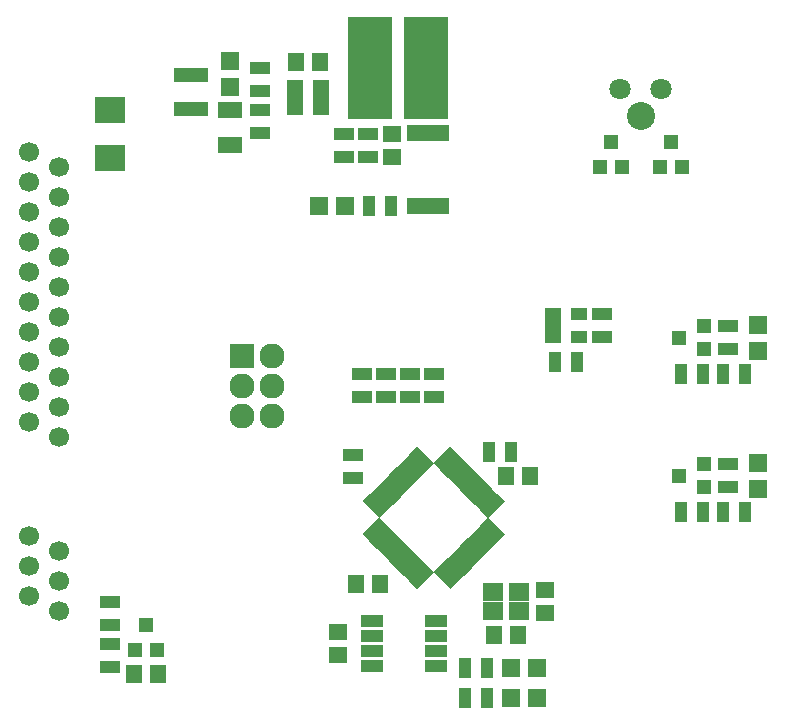
<source format=gbr>
G04 #@! TF.FileFunction,Soldermask,Top*
%FSLAX46Y46*%
G04 Gerber Fmt 4.6, Leading zero omitted, Abs format (unit mm)*
G04 Created by KiCad (PCBNEW 4.0.7) date 11/20/17 16:46:11*
%MOMM*%
%LPD*%
G01*
G04 APERTURE LIST*
%ADD10C,0.100000*%
%ADD11R,1.460000X1.050000*%
%ADD12R,2.900000X1.300000*%
%ADD13C,1.700000*%
%ADD14C,1.797000*%
%ADD15C,2.381000*%
%ADD16R,3.700000X8.600000*%
%ADD17R,2.559000X2.178000*%
%ADD18R,1.400000X1.650000*%
%ADD19R,2.000000X1.400000*%
%ADD20R,1.650000X1.400000*%
%ADD21R,1.600000X1.600000*%
%ADD22R,1.100000X1.700000*%
%ADD23R,1.700000X1.100000*%
%ADD24R,3.600000X1.400000*%
%ADD25R,1.950000X1.000000*%
%ADD26R,1.200000X1.300000*%
%ADD27R,1.300000X1.200000*%
%ADD28R,1.800000X1.600000*%
%ADD29R,2.127200X2.127200*%
%ADD30O,2.127200X2.127200*%
G04 APERTURE END LIST*
D10*
D11*
X164000000Y-85918000D03*
X164000000Y-86868000D03*
X164000000Y-87818000D03*
X166200000Y-87818000D03*
X166200000Y-85918000D03*
D12*
X133350000Y-65606000D03*
X133350000Y-68506000D03*
D13*
X119634000Y-77216000D03*
X119634000Y-74676000D03*
X119634000Y-72136000D03*
X119634000Y-79756000D03*
X122174000Y-73406000D03*
X122174000Y-75946000D03*
X122174000Y-78486000D03*
X122174000Y-81026000D03*
X119634000Y-82296000D03*
X122174000Y-83566000D03*
X119634000Y-84836000D03*
X122174000Y-86106000D03*
X119634000Y-87376000D03*
X122174000Y-88646000D03*
X119634000Y-89916000D03*
X122174000Y-91186000D03*
X119634000Y-92456000D03*
X122174000Y-93726000D03*
X119634000Y-94996000D03*
X122174000Y-96266000D03*
X119634000Y-109728000D03*
X119634000Y-107188000D03*
X119634000Y-104648000D03*
X122174000Y-105918000D03*
X122174000Y-108458000D03*
X122174000Y-110998000D03*
D14*
X173200000Y-66858000D03*
X169700000Y-66858000D03*
D15*
X171450000Y-69088000D03*
D16*
X148526000Y-65024000D03*
X153226000Y-65024000D03*
D17*
X126492000Y-72644000D03*
X126492000Y-68580000D03*
D18*
X147336000Y-108712000D03*
X149336000Y-108712000D03*
X160036000Y-99568000D03*
X162036000Y-99568000D03*
D19*
X136652000Y-68604000D03*
X136652000Y-71604000D03*
D20*
X145796000Y-114792000D03*
X145796000Y-112792000D03*
D18*
X144256000Y-64516000D03*
X142256000Y-64516000D03*
D20*
X163322000Y-109236000D03*
X163322000Y-111236000D03*
X150368000Y-70628000D03*
X150368000Y-72628000D03*
D18*
X159020000Y-113030000D03*
X161020000Y-113030000D03*
X130540000Y-116332000D03*
X128540000Y-116332000D03*
D21*
X136652000Y-66632000D03*
X136652000Y-64432000D03*
X146388000Y-76708000D03*
X144188000Y-76708000D03*
X181356000Y-100668000D03*
X181356000Y-98468000D03*
X181356000Y-88984000D03*
X181356000Y-86784000D03*
X160444000Y-118364000D03*
X162644000Y-118364000D03*
X160444000Y-115824000D03*
X162644000Y-115824000D03*
D10*
G36*
X148567666Y-105192288D02*
X147895914Y-104520536D01*
X149310128Y-103106322D01*
X149981880Y-103778074D01*
X148567666Y-105192288D01*
X148567666Y-105192288D01*
G37*
G36*
X149133352Y-105757973D02*
X148461600Y-105086221D01*
X149875814Y-103672007D01*
X150547566Y-104343759D01*
X149133352Y-105757973D01*
X149133352Y-105757973D01*
G37*
G36*
X149699037Y-106323659D02*
X149027285Y-105651907D01*
X150441499Y-104237693D01*
X151113251Y-104909445D01*
X149699037Y-106323659D01*
X149699037Y-106323659D01*
G37*
G36*
X150264722Y-106889344D02*
X149592970Y-106217592D01*
X151007184Y-104803378D01*
X151678936Y-105475130D01*
X150264722Y-106889344D01*
X150264722Y-106889344D01*
G37*
G36*
X150830408Y-107455030D02*
X150158656Y-106783278D01*
X151572870Y-105369064D01*
X152244622Y-106040816D01*
X150830408Y-107455030D01*
X150830408Y-107455030D01*
G37*
G36*
X151396093Y-108020715D02*
X150724341Y-107348963D01*
X152138555Y-105934749D01*
X152810307Y-106606501D01*
X151396093Y-108020715D01*
X151396093Y-108020715D01*
G37*
G36*
X151961779Y-108586400D02*
X151290027Y-107914648D01*
X152704241Y-106500434D01*
X153375993Y-107172186D01*
X151961779Y-108586400D01*
X151961779Y-108586400D01*
G37*
G36*
X152527464Y-109152086D02*
X151855712Y-108480334D01*
X153269926Y-107066120D01*
X153941678Y-107737872D01*
X152527464Y-109152086D01*
X152527464Y-109152086D01*
G37*
G36*
X155992288Y-108480334D02*
X155320536Y-109152086D01*
X153906322Y-107737872D01*
X154578074Y-107066120D01*
X155992288Y-108480334D01*
X155992288Y-108480334D01*
G37*
G36*
X156557973Y-107914648D02*
X155886221Y-108586400D01*
X154472007Y-107172186D01*
X155143759Y-106500434D01*
X156557973Y-107914648D01*
X156557973Y-107914648D01*
G37*
G36*
X157123659Y-107348963D02*
X156451907Y-108020715D01*
X155037693Y-106606501D01*
X155709445Y-105934749D01*
X157123659Y-107348963D01*
X157123659Y-107348963D01*
G37*
G36*
X157689344Y-106783278D02*
X157017592Y-107455030D01*
X155603378Y-106040816D01*
X156275130Y-105369064D01*
X157689344Y-106783278D01*
X157689344Y-106783278D01*
G37*
G36*
X158255030Y-106217592D02*
X157583278Y-106889344D01*
X156169064Y-105475130D01*
X156840816Y-104803378D01*
X158255030Y-106217592D01*
X158255030Y-106217592D01*
G37*
G36*
X158820715Y-105651907D02*
X158148963Y-106323659D01*
X156734749Y-104909445D01*
X157406501Y-104237693D01*
X158820715Y-105651907D01*
X158820715Y-105651907D01*
G37*
G36*
X159386400Y-105086221D02*
X158714648Y-105757973D01*
X157300434Y-104343759D01*
X157972186Y-103672007D01*
X159386400Y-105086221D01*
X159386400Y-105086221D01*
G37*
G36*
X159952086Y-104520536D02*
X159280334Y-105192288D01*
X157866120Y-103778074D01*
X158537872Y-103106322D01*
X159952086Y-104520536D01*
X159952086Y-104520536D01*
G37*
G36*
X158537872Y-103141678D02*
X157866120Y-102469926D01*
X159280334Y-101055712D01*
X159952086Y-101727464D01*
X158537872Y-103141678D01*
X158537872Y-103141678D01*
G37*
G36*
X157972186Y-102575993D02*
X157300434Y-101904241D01*
X158714648Y-100490027D01*
X159386400Y-101161779D01*
X157972186Y-102575993D01*
X157972186Y-102575993D01*
G37*
G36*
X157406501Y-102010307D02*
X156734749Y-101338555D01*
X158148963Y-99924341D01*
X158820715Y-100596093D01*
X157406501Y-102010307D01*
X157406501Y-102010307D01*
G37*
G36*
X156840816Y-101444622D02*
X156169064Y-100772870D01*
X157583278Y-99358656D01*
X158255030Y-100030408D01*
X156840816Y-101444622D01*
X156840816Y-101444622D01*
G37*
G36*
X156275130Y-100878936D02*
X155603378Y-100207184D01*
X157017592Y-98792970D01*
X157689344Y-99464722D01*
X156275130Y-100878936D01*
X156275130Y-100878936D01*
G37*
G36*
X155709445Y-100313251D02*
X155037693Y-99641499D01*
X156451907Y-98227285D01*
X157123659Y-98899037D01*
X155709445Y-100313251D01*
X155709445Y-100313251D01*
G37*
G36*
X155143759Y-99747566D02*
X154472007Y-99075814D01*
X155886221Y-97661600D01*
X156557973Y-98333352D01*
X155143759Y-99747566D01*
X155143759Y-99747566D01*
G37*
G36*
X154578074Y-99181880D02*
X153906322Y-98510128D01*
X155320536Y-97095914D01*
X155992288Y-97767666D01*
X154578074Y-99181880D01*
X154578074Y-99181880D01*
G37*
G36*
X153941678Y-98510128D02*
X153269926Y-99181880D01*
X151855712Y-97767666D01*
X152527464Y-97095914D01*
X153941678Y-98510128D01*
X153941678Y-98510128D01*
G37*
G36*
X153375993Y-99075814D02*
X152704241Y-99747566D01*
X151290027Y-98333352D01*
X151961779Y-97661600D01*
X153375993Y-99075814D01*
X153375993Y-99075814D01*
G37*
G36*
X152810307Y-99641499D02*
X152138555Y-100313251D01*
X150724341Y-98899037D01*
X151396093Y-98227285D01*
X152810307Y-99641499D01*
X152810307Y-99641499D01*
G37*
G36*
X152244622Y-100207184D02*
X151572870Y-100878936D01*
X150158656Y-99464722D01*
X150830408Y-98792970D01*
X152244622Y-100207184D01*
X152244622Y-100207184D01*
G37*
G36*
X151678936Y-100772870D02*
X151007184Y-101444622D01*
X149592970Y-100030408D01*
X150264722Y-99358656D01*
X151678936Y-100772870D01*
X151678936Y-100772870D01*
G37*
G36*
X151113251Y-101338555D02*
X150441499Y-102010307D01*
X149027285Y-100596093D01*
X149699037Y-99924341D01*
X151113251Y-101338555D01*
X151113251Y-101338555D01*
G37*
G36*
X150547566Y-101904241D02*
X149875814Y-102575993D01*
X148461600Y-101161779D01*
X149133352Y-100490027D01*
X150547566Y-101904241D01*
X150547566Y-101904241D01*
G37*
G36*
X149981880Y-102469926D02*
X149310128Y-103141678D01*
X147895914Y-101727464D01*
X148567666Y-101055712D01*
X149981880Y-102469926D01*
X149981880Y-102469926D01*
G37*
D22*
X158562000Y-97536000D03*
X160462000Y-97536000D03*
D23*
X139192000Y-66990000D03*
X139192000Y-65090000D03*
X139192000Y-68646000D03*
X139192000Y-70546000D03*
X146304000Y-70678000D03*
X146304000Y-72578000D03*
X148336000Y-72578000D03*
X148336000Y-70678000D03*
X147828000Y-90998000D03*
X147828000Y-92898000D03*
X153924000Y-90998000D03*
X153924000Y-92898000D03*
X147066000Y-97856000D03*
X147066000Y-99756000D03*
D24*
X153416000Y-76760000D03*
X153416000Y-70560000D03*
D23*
X151892000Y-90998000D03*
X151892000Y-92898000D03*
X149860000Y-90998000D03*
X149860000Y-92898000D03*
D22*
X150302000Y-76708000D03*
X148402000Y-76708000D03*
X178374000Y-102616000D03*
X180274000Y-102616000D03*
D23*
X178816000Y-100518000D03*
X178816000Y-98618000D03*
D22*
X176718000Y-102616000D03*
X174818000Y-102616000D03*
X178374000Y-90932000D03*
X180274000Y-90932000D03*
D23*
X178816000Y-88834000D03*
X178816000Y-86934000D03*
D22*
X164150000Y-89916000D03*
X166050000Y-89916000D03*
D23*
X168148000Y-87818000D03*
X168148000Y-85918000D03*
D22*
X176718000Y-90932000D03*
X174818000Y-90932000D03*
X156530000Y-118364000D03*
X158430000Y-118364000D03*
D23*
X126492000Y-115758000D03*
X126492000Y-113858000D03*
D22*
X156530000Y-115824000D03*
X158430000Y-115824000D03*
D23*
X126492000Y-110302000D03*
X126492000Y-112202000D03*
D11*
X142156000Y-66614000D03*
X142156000Y-67564000D03*
X142156000Y-68514000D03*
X144356000Y-68514000D03*
X144356000Y-66614000D03*
X144356000Y-67564000D03*
D25*
X148684000Y-111887000D03*
X148684000Y-113157000D03*
X148684000Y-114427000D03*
X148684000Y-115697000D03*
X154084000Y-115697000D03*
X154084000Y-114427000D03*
X154084000Y-113157000D03*
X154084000Y-111887000D03*
D26*
X167960000Y-73440000D03*
X169860000Y-73440000D03*
X168910000Y-71340000D03*
X173040000Y-73440000D03*
X174940000Y-73440000D03*
X173990000Y-71340000D03*
D27*
X176818000Y-88834000D03*
X176818000Y-86934000D03*
X174718000Y-87884000D03*
X176818000Y-100518000D03*
X176818000Y-98618000D03*
X174718000Y-99568000D03*
D26*
X128590000Y-114334000D03*
X130490000Y-114334000D03*
X129540000Y-112234000D03*
D28*
X161120000Y-109436000D03*
X158920000Y-109436000D03*
X158920000Y-111036000D03*
X161120000Y-111036000D03*
D29*
X137668000Y-89408000D03*
D30*
X140208000Y-89408000D03*
X137668000Y-91948000D03*
X140208000Y-91948000D03*
X137668000Y-94488000D03*
X140208000Y-94488000D03*
M02*

</source>
